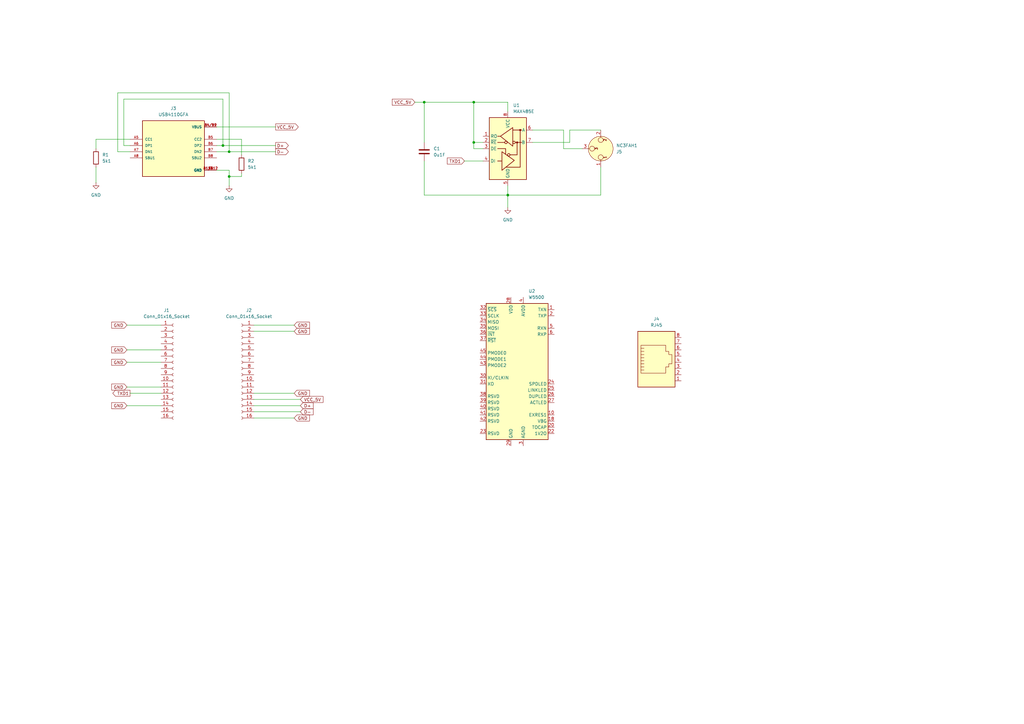
<source format=kicad_sch>
(kicad_sch (version 20250114) (generator "eeschema") (generator_version "9.0")
  (paper "A3")
  (lib_symbols
    (symbol "Connector:Conn_01x16_Socket" (pin_names (offset 1.016) (hide yes))
      (property "Reference" "J" (at 0 20.32 0))
      (property "Value" "Conn_01x16_Socket" (at 0 -22.86 0))
      (symbol "Conn_01x16_Socket_1_1"
        (polyline (pts (xy -1.27 17.78) (xy -0.508 17.78)) (stroke (width 0.1524)))
        (polyline (pts (xy -1.27 15.24) (xy -0.508 15.24)) (stroke (width 0.1524)))
        (polyline (pts (xy -1.27 12.7) (xy -0.508 12.7)) (stroke (width 0.1524)))
        (polyline (pts (xy -1.27 10.16) (xy -0.508 10.16)) (stroke (width 0.1524)))
        (polyline (pts (xy -1.27 7.62) (xy -0.508 7.62)) (stroke (width 0.1524)))
        (polyline (pts (xy -1.27 5.08) (xy -0.508 5.08)) (stroke (width 0.1524)))
        (polyline (pts (xy -1.27 2.54) (xy -0.508 2.54)) (stroke (width 0.1524)))
        (polyline (pts (xy -1.27 0) (xy -0.508 0)) (stroke (width 0.1524)))
        (polyline (pts (xy -1.27 -2.54) (xy -0.508 -2.54)) (stroke (width 0.1524)))
        (polyline (pts (xy -1.27 -5.08) (xy -0.508 -5.08)) (stroke (width 0.1524)))
        (polyline (pts (xy -1.27 -7.62) (xy -0.508 -7.62)) (stroke (width 0.1524)))
        (polyline (pts (xy -1.27 -10.16) (xy -0.508 -10.16)) (stroke (width 0.1524)))
        (polyline (pts (xy -1.27 -12.7) (xy -0.508 -12.7)) (stroke (width 0.1524)))
        (polyline (pts (xy -1.27 -15.24) (xy -0.508 -15.24)) (stroke (width 0.1524)))
        (polyline (pts (xy -1.27 -17.78) (xy -0.508 -17.78)) (stroke (width 0.1524)))
        (polyline (pts (xy -1.27 -20.32) (xy -0.508 -20.32)) (stroke (width 0.1524)))
        (arc (start 0 17.272) (mid -0.5058 17.78) (end 0 18.288) (stroke (width 0.1524)))
        (arc (start 0 14.732) (mid -0.5058 15.24) (end 0 15.748) (stroke (width 0.1524)))
        (arc (start 0 12.192) (mid -0.5058 12.7) (end 0 13.208) (stroke (width 0.1524)))
        (arc (start 0 9.652) (mid -0.5058 10.16) (end 0 10.668) (stroke (width 0.1524)))
        (arc (start 0 7.112) (mid -0.5058 7.62) (end 0 8.128) (stroke (width 0.1524)))
        (arc (start 0 4.572) (mid -0.5058 5.08) (end 0 5.588) (stroke (width 0.1524)))
        (arc (start 0 2.032) (mid -0.5058 2.54) (end 0 3.048) (stroke (width 0.1524)))
        (arc (start 0 -0.508) (mid -0.5058 0) (end 0 0.508) (stroke (width 0.1524)))
        (arc (start 0 -3.048) (mid -0.5058 -2.54) (end 0 -2.032) (stroke (width 0.1524)))
        (arc (start 0 -5.588) (mid -0.5058 -5.08) (end 0 -4.572) (stroke (width 0.1524)))
        (arc (start 0 -8.128) (mid -0.5058 -7.62) (end 0 -7.112) (stroke (width 0.1524)))
        (arc (start 0 -10.668) (mid -0.5058 -10.16) (end 0 -9.652) (stroke (width 0.1524)))
        (arc (start 0 -13.208) (mid -0.5058 -12.7) (end 0 -12.192) (stroke (width 0.1524)))
        (arc (start 0 -15.748) (mid -0.5058 -15.24) (end 0 -14.732) (stroke (width 0.1524)))
        (arc (start 0 -18.288) (mid -0.5058 -17.78) (end 0 -17.272) (stroke (width 0.1524)))
        (arc (start 0 -20.828) (mid -0.5058 -20.32) (end 0 -19.812) (stroke (width 0.1524)))
        (pin passive line (at -5.08 17.78 0) (length 3.81) (name "Pin_1") (number "1"))
        (pin passive line (at -5.08 15.24 0) (length 3.81) (name "Pin_2") (number "2"))
        (pin passive line (at -5.08 12.7 0) (length 3.81) (name "Pin_3") (number "3"))
        (pin passive line (at -5.08 10.16 0) (length 3.81) (name "Pin_4") (number "4"))
        (pin passive line (at -5.08 7.62 0) (length 3.81) (name "Pin_5") (number "5"))
        (pin passive line (at -5.08 5.08 0) (length 3.81) (name "Pin_6") (number "6"))
        (pin passive line (at -5.08 2.54 0) (length 3.81) (name "Pin_7") (number "7"))
        (pin passive line (at -5.08 0 0) (length 3.81) (name "Pin_8") (number "8"))
        (pin passive line (at -5.08 -2.54 0) (length 3.81) (name "Pin_9") (number "9"))
        (pin passive line (at -5.08 -5.08 0) (length 3.81) (name "Pin_10") (number "10"))
        (pin passive line (at -5.08 -7.62 0) (length 3.81) (name "Pin_11") (number "11"))
        (pin passive line (at -5.08 -10.16 0) (length 3.81) (name "Pin_12") (number "12"))
        (pin passive line (at -5.08 -12.7 0) (length 3.81) (name "Pin_13") (number "13"))
        (pin passive line (at -5.08 -15.24 0) (length 3.81) (name "Pin_14") (number "14"))
        (pin passive line (at -5.08 -17.78 0) (length 3.81) (name "Pin_15") (number "15"))
        (pin passive line (at -5.08 -20.32 0) (length 3.81) (name "Pin_16") (number "16"))
      )
    )
    (symbol "Connector:RJ45" (pin_names (offset 1.016))
      (property "Reference" "J" (at -5.08 13.97 0))
      (property "Value" "RJ45" (at 2.54 13.97 0))
      (symbol "RJ45_0_1"
        (polyline (pts (xy -6.35 1.905) (xy -5.08 1.905) (xy -5.08 1.905)))
        (polyline (pts (xy -6.35 0.635) (xy -5.08 0.635) (xy -5.08 0.635)))
        (polyline (pts (xy -6.35 -0.635) (xy -5.08 -0.635) (xy -5.08 -0.635)))
        (polyline (pts (xy -6.35 -1.905) (xy -5.08 -1.905) (xy -5.08 -1.905)))
        (polyline (pts (xy -6.35 -3.175) (xy -5.08 -3.175) (xy -5.08 -3.175)))
        (polyline (pts (xy -6.35 -4.445) (xy -6.35 6.985) (xy 3.81 6.985) (xy 3.81 4.445) (xy 5.08 4.445) (xy 5.08 3.175) (xy 6.35 3.175) (xy 6.35 -0.635) (xy 5.08 -0.635) (xy 5.08 -1.905) (xy 3.81 -1.905) (xy 3.81 -4.445) (xy -6.35 -4.445) (xy -6.35 -4.445)))
        (polyline (pts (xy -5.08 5.715) (xy -6.35 5.715)))
        (polyline (pts (xy -5.08 4.445) (xy -6.35 4.445)))
        (polyline (pts (xy -5.08 3.175) (xy -6.35 3.175) (xy -6.35 3.175)))
        (rectangle (start 7.62 12.7) (end -7.62 -10.16) (stroke (width 0.254)) (fill (type background)))
      )
      (symbol "RJ45_1_1"
        (pin passive line (at 10.16 10.16 180) (length 2.54) (name "~") (number "8"))
        (pin passive line (at 10.16 7.62 180) (length 2.54) (name "~") (number "7"))
        (pin passive line (at 10.16 5.08 180) (length 2.54) (name "~") (number "6"))
        (pin passive line (at 10.16 2.54 180) (length 2.54) (name "~") (number "5"))
        (pin passive line (at 10.16 0 180) (length 2.54) (name "~") (number "4"))
        (pin passive line (at 10.16 -2.54 180) (length 2.54) (name "~") (number "3"))
        (pin passive line (at 10.16 -5.08 180) (length 2.54) (name "~") (number "2"))
        (pin passive line (at 10.16 -7.62 180) (length 2.54) (name "~") (number "1"))
      )
    )
    (symbol "Connector_Audio:NC3FAH1" (pin_names (hide yes))
      (property "Reference" "J" (at 0 8.89 0))
      (property "Value" "NC3FAH1" (at 0 6.35 0))
      (symbol "NC3FAH1_0_1"
        (polyline (pts (xy -5.08 0) (xy -4.572 0)))
        (circle (center -3.556 0) (radius 1.016))
        (circle (center 0 0) (radius 5.08) (fill (type background)))
        (circle (center 0 -3.556) (radius 1.016))
        (polyline (pts (xy 0 -5.08) (xy 0 -4.572)))
        (circle (center 3.556 0) (radius 1.016))
        (polyline (pts (xy 5.08 0) (xy 4.572 0)))
        (text "1" (at -3.556 1.778 0) (effects (font (size 1.016 1.016) (bold yes))))
        (text "3" (at 0 -1.778 0) (effects (font (size 1.016 1.016) (bold yes))))
        (text "2" (at 3.556 1.778 0) (effects (font (size 1.016 1.016) (bold yes))))
        (pin passive line (at -7.62 0 0) (length 2.54) (name "~") (number "1"))
        (pin passive line (at 0 -7.62 90) (length 2.54) (name "~") (number "3"))
        (pin passive line (at 7.62 0 180) (length 2.54) (name "~") (number "2"))
      )
    )
    (symbol "Device:C" (pin_numbers (hide yes)) (pin_names (offset 0.254))
      (property "Reference" "C" (at 0.635 2.54 0))
      (property "Value" "C" (at 0.635 -2.54 0))
      (symbol "C_0_1"
        (polyline (pts (xy -2.032 0.762) (xy 2.032 0.762)) (stroke (width 0.508)))
        (polyline (pts (xy -2.032 -0.762) (xy 2.032 -0.762)) (stroke (width 0.508)))
      )
      (symbol "C_1_1"
        (pin passive line (at 0 3.81 270) (length 2.794) (name "~") (number "1"))
        (pin passive line (at 0 -3.81 90) (length 2.794) (name "~") (number "2"))
      )
    )
    (symbol "Device:R" (pin_numbers (hide yes)) (pin_names (offset 0))
      (property "Reference" "R" (at 2.032 0 90))
      (property "Value" "R" (at 0 0 90))
      (symbol "R_0_1"
        (rectangle (start -1.016 -2.54) (end 1.016 2.54) (stroke (width 0.254)))
      )
      (symbol "R_1_1"
        (pin passive line (at 0 3.81 270) (length 1.27) (name "~") (number "1"))
        (pin passive line (at 0 -3.81 90) (length 1.27) (name "~") (number "2"))
      )
    )
    (symbol "Interface_Ethernet:W5500"
      (property "Reference" "U" (at -11.43 29.21 0))
      (property "Value" "W5500" (at 8.89 29.21 0))
      (symbol "W5500_0_1"
        (rectangle (start -12.7 27.94) (end 12.7 -27.94) (stroke (width 0.254)) (fill (type background)))
      )
      (symbol "W5500_1_1"
        (pin input line (at -15.24 25.4 0) (length 2.54) (name "~{SCS}") (number "32"))
        (pin input line (at -15.24 22.86 0) (length 2.54) (name "SCLK") (number "33"))
        (pin output line (at -15.24 20.32 0) (length 2.54) (name "MISO") (number "34"))
        (pin input line (at -15.24 17.78 0) (length 2.54) (name "MOSI") (number "35"))
        (pin input line (at -15.24 15.24 0) (length 2.54) (name "~{INT}") (number "36"))
        (pin input line (at -15.24 12.7 0) (length 2.54) (name "~{RST}") (number "37"))
        (pin input line (at -15.24 7.62 0) (length 2.54) (name "PMODE0") (number "45"))
        (pin input line (at -15.24 5.08 0) (length 2.54) (name "PMODE1") (number "44"))
        (pin input line (at -15.24 2.54 0) (length 2.54) (name "PMODE2") (number "43"))
        (pin input line (at -15.24 -2.54 0) (length 2.54) (name "XI/CLKIN") (number "30"))
        (pin output line (at -15.24 -5.08 0) (length 2.54) (name "XO") (number "31"))
        (pin input line (at -15.24 -10.16 0) (length 2.54) (name "RSVD") (number "38"))
        (pin input line (at -15.24 -12.7 0) (length 2.54) (name "RSVD") (number "39"))
        (pin input line (at -15.24 -15.24 0) (length 2.54) (name "RSVD") (number "40"))
        (pin input line (at -15.24 -17.78 0) (length 2.54) (name "RSVD") (number "41"))
        (pin input line (at -15.24 -20.32 0) (length 2.54) (name "RSVD") (number "42"))
        (pin input line (at -15.24 -25.4 0) (length 2.54) (name "RSVD") (number "23"))
        (pin power_in line (at -2.54 30.48 270) (length 2.54) (name "VDD") (number "28"))
        (pin power_in line (at -2.54 -30.48 90) (length 2.54) (name "GND") (number "29"))
        (pin passive line (at 2.54 30.48 270) (length 2.54) (hide yes) (name "AVDD") (number "11"))
        (pin passive line (at 2.54 30.48 270) (length 2.54) (hide yes) (name "AVDD") (number "15"))
        (pin passive line (at 2.54 30.48 270) (length 2.54) (hide yes) (name "AVDD") (number "17"))
        (pin passive line (at 2.54 30.48 270) (length 2.54) (hide yes) (name "AVDD") (number "21"))
        (pin power_in line (at 2.54 30.48 270) (length 2.54) (name "AVDD") (number "4"))
        (pin passive line (at 2.54 30.48 270) (length 2.54) (hide yes) (name "AVDD") (number "8"))
        (pin passive line (at 2.54 -30.48 90) (length 2.54) (hide yes) (name "AGND") (number "14"))
        (pin passive line (at 2.54 -30.48 90) (length 2.54) (hide yes) (name "AGND") (number "16"))
        (pin passive line (at 2.54 -30.48 90) (length 2.54) (hide yes) (name "AGND") (number "19"))
        (pin power_in line (at 2.54 -30.48 90) (length 2.54) (name "AGND") (number "3"))
        (pin passive line (at 2.54 -30.48 90) (length 2.54) (hide yes) (name "AGND") (number "48"))
        (pin passive line (at 2.54 -30.48 90) (length 2.54) (hide yes) (name "AGND") (number "9"))
        (pin no_connect line (at 12.7 10.16 180) (length 2.54) (hide yes) (name "DNC") (number "7"))
        (pin no_connect line (at 12.7 7.62 180) (length 2.54) (hide yes) (name "NC") (number "12"))
        (pin no_connect line (at 12.7 5.08 180) (length 2.54) (hide yes) (name "NC") (number "13"))
        (pin no_connect line (at 12.7 2.54 180) (length 2.54) (hide yes) (name "NC") (number "46"))
        (pin no_connect line (at 12.7 0 180) (length 2.54) (hide yes) (name "NC") (number "47"))
        (pin output line (at 15.24 25.4 180) (length 2.54) (name "TXN") (number "1"))
        (pin output line (at 15.24 22.86 180) (length 2.54) (name "TXP") (number "2"))
        (pin input line (at 15.24 17.78 180) (length 2.54) (name "RXN") (number "5"))
        (pin input line (at 15.24 15.24 180) (length 2.54) (name "RXP") (number "6"))
        (pin output line (at 15.24 -5.08 180) (length 2.54) (name "SPDLED") (number "24"))
        (pin output line (at 15.24 -7.62 180) (length 2.54) (name "LINKLED") (number "25"))
        (pin output line (at 15.24 -10.16 180) (length 2.54) (name "DUPLED") (number "26"))
        (pin output line (at 15.24 -12.7 180) (length 2.54) (name "ACTLED") (number "27"))
        (pin passive line (at 15.24 -17.78 180) (length 2.54) (name "EXRES1") (number "10"))
        (pin passive line (at 15.24 -20.32 180) (length 2.54) (name "VBG") (number "18"))
        (pin passive line (at 15.24 -22.86 180) (length 2.54) (name "TOCAP") (number "20"))
        (pin output line (at 15.24 -25.4 180) (length 2.54) (name "1V2O") (number "22"))
      )
    )
    (symbol "Interface_UART:MAX485E"
      (property "Reference" "U" (at -6.985 13.97 0))
      (property "Value" "MAX485E" (at 1.905 13.97 0))
      (symbol "MAX485E_0_1"
        (rectangle (start -7.62 12.7) (end 7.62 -12.7) (stroke (width 0.254)) (fill (type background)))
        (polyline (pts (xy -4.191 2.54) (xy -1.27 2.54)) (stroke (width 0.254)))
        (polyline (pts (xy -4.191 0) (xy -0.889 0) (xy -0.889 -2.286)) (stroke (width 0.254)))
        (polyline (pts (xy -3.175 5.08) (xy -4.191 5.08) (xy -4.064 5.08)) (stroke (width 0.254)))
        (polyline (pts (xy -2.54 -5.08) (xy -4.191 -5.08)) (stroke (width 0.254)))
        (polyline (pts (xy -2.413 -5.08) (xy -2.413 -1.27) (xy 2.667 -4.826) (xy -2.413 -8.89) (xy -2.413 -5.08)) (stroke (width 0.254)))
        (polyline (pts (xy -0.635 -7.62) (xy 5.08 -7.62)) (stroke (width 0.254)))
        (circle (center 0.381 -2.54) (radius 0.508) (stroke (width 0.254)))
        (polyline (pts (xy 0.889 -2.54) (xy 3.81 -2.54)) (stroke (width 0.254)))
        (polyline (pts (xy 2.032 7.62) (xy 5.715 7.62)) (stroke (width 0.254)))
        (polyline (pts (xy 3.048 2.54) (xy 5.715 2.54)) (stroke (width 0.254)))
        (circle (center 3.81 2.54) (radius 0.2794) (stroke (width 0.254)) (fill (type outline)))
        (polyline (pts (xy 3.81 -2.54) (xy 3.81 2.54)) (stroke (width 0.254)))
        (polyline (pts (xy 5.08 -7.62) (xy 5.08 7.62)) (stroke (width 0.254)))
      )
      (symbol "MAX485E_1_1"
        (circle (center -0.762 2.54) (radius 0.508) (stroke (width 0.254)))
        (polyline (pts (xy 2.032 4.826) (xy 2.032 8.636) (xy -3.048 5.08) (xy 2.032 1.016) (xy 2.032 4.826)) (stroke (width 0.254)))
        (circle (center 2.54 2.54) (radius 0.508) (stroke (width 0.254)))
        (circle (center 5.08 7.62) (radius 0.2794) (stroke (width 0.254)) (fill (type outline)))
        (pin output line (at -10.16 5.08 0) (length 2.54) (name "RO") (number "1"))
        (pin input line (at -10.16 2.54 0) (length 2.54) (name "~{RE}") (number "2"))
        (pin input line (at -10.16 0 0) (length 2.54) (name "DE") (number "3"))
        (pin input line (at -10.16 -5.08 0) (length 2.54) (name "DI") (number "4"))
        (pin power_in line (at 0 15.24 270) (length 2.54) (name "VCC") (number "8"))
        (pin power_in line (at 0 -15.24 90) (length 2.54) (name "GND") (number "5"))
        (pin bidirectional line (at 10.16 7.62 180) (length 2.54) (name "A") (number "6"))
        (pin bidirectional line (at 10.16 2.54 180) (length 2.54) (name "B") (number "7"))
      )
    )
    (symbol "USB:USB4110GFA" (pin_names (offset 1.016))
      (property "Reference" "J" (at -12.7 11.43 0))
      (property "Value" "USB4110GFA" (at -12.7 -15.24 0))
      (symbol "USB4110GFA_0_0"
        (rectangle (start -12.7 -12.7) (end 12.7 10.16) (stroke (width 0.254)) (fill (type background)))
        (pin bidirectional line (at -17.78 2.54 0) (length 5.08) (name "CC1") (number "A5"))
        (pin bidirectional line (at -17.78 0 0) (length 5.08) (name "DP1") (number "A6"))
        (pin bidirectional line (at -17.78 -2.54 0) (length 5.08) (name "DN1") (number "A7"))
        (pin bidirectional line (at -17.78 -5.08 0) (length 5.08) (name "SBU1") (number "A8"))
        (pin power_in line (at 17.78 7.62 180) (length 5.08) (name "VBUS") (number "A4/B9"))
        (pin power_in line (at 17.78 7.62 180) (length 5.08) (name "VBUS") (number "B4/A9"))
        (pin bidirectional line (at 17.78 2.54 180) (length 5.08) (name "CC2") (number "B5"))
        (pin bidirectional line (at 17.78 0 180) (length 5.08) (name "DP2") (number "B6"))
        (pin bidirectional line (at 17.78 -2.54 180) (length 5.08) (name "DN2") (number "B7"))
        (pin bidirectional line (at 17.78 -5.08 180) (length 5.08) (name "SBU2") (number "B8"))
        (pin power_in line (at 17.78 -10.16 180) (length 5.08) (name "GND") (number "A1/B12"))
        (pin power_in line (at 17.78 -10.16 180) (length 5.08) (name "GND") (number "B1/A12"))
        (pin power_in line (at 17.78 -10.16 180) (length 5.08) (name "GND") (number "S1"))
        (pin power_in line (at 17.78 -10.16 180) (length 5.08) (name "GND") (number "S2"))
        (pin power_in line (at 17.78 -10.16 180) (length 5.08) (name "GND") (number "S3"))
        (pin power_in line (at 17.78 -10.16 180) (length 5.08) (name "GND") (number "S4"))
      )
    )
    (symbol "power:GND" (power) (pin_numbers (hide yes)) (pin_names (offset 0) (hide yes))
      (property "Value" "GND" (at 0 -3.81 0))
      (symbol "GND_0_1"
        (polyline (pts (xy 0 0) (xy 0 -1.27) (xy 1.27 -1.27) (xy 0 -2.54) (xy -1.27 -1.27) (xy 0 -1.27)))
      )
      (symbol "GND_1_1"
        (pin power_in line (at 0 0 270) (length 0) (name "~") (number "1"))
      )
    )
  )
  (junction (at 173.99 41.91))
  (junction (at 194.31 41.91))
  (junction (at 93.98 72.39))
  (junction (at 91.44 59.69))
  (junction (at 208.28 80.01))
  (junction (at 93.98 62.23))
  (junction (at 194.31 58.42))
  (wire (pts (xy 88.9 62.23) (xy 93.98 62.23)))
  (wire (pts (xy 104.14 166.37) (xy 123.19 166.37)))
  (wire (pts (xy 170.18 41.91) (xy 173.99 41.91)))
  (wire (pts (xy 173.99 80.01) (xy 208.28 80.01)))
  (wire (pts (xy 48.26 38.1) (xy 93.98 38.1)))
  (wire (pts (xy 93.98 69.85) (xy 93.98 72.39)))
  (wire (pts (xy 104.14 161.29) (xy 120.65 161.29)))
  (wire (pts (xy 194.31 58.42) (xy 194.31 41.91)))
  (wire (pts (xy 52.07 143.51) (xy 66.04 143.51)))
  (wire (pts (xy 52.07 158.75) (xy 66.04 158.75)))
  (wire (pts (xy 93.98 72.39) (xy 93.98 76.2)))
  (wire (pts (xy 104.14 168.91) (xy 123.19 168.91)))
  (wire (pts (xy 218.44 53.34) (xy 231.14 53.34)))
  (wire (pts (xy 99.06 72.39) (xy 99.06 71.12)))
  (wire (pts (xy 53.34 59.69) (xy 50.8 59.69)))
  (wire (pts (xy 208.28 80.01) (xy 208.28 85.09)))
  (wire (pts (xy 48.26 62.23) (xy 48.26 38.1)))
  (wire (pts (xy 194.31 58.42) (xy 198.12 58.42)))
  (wire (pts (xy 198.12 60.96) (xy 194.31 60.96)))
  (wire (pts (xy 218.44 58.42) (xy 233.68 58.42)))
  (wire (pts (xy 93.98 72.39) (xy 99.06 72.39)))
  (wire (pts (xy 233.68 53.34) (xy 246.38 53.34)))
  (wire (pts (xy 88.9 52.07) (xy 113.03 52.07)))
  (wire (pts (xy 104.14 171.45) (xy 120.65 171.45)))
  (wire (pts (xy 208.28 76.2) (xy 208.28 80.01)))
  (wire (pts (xy 88.9 69.85) (xy 93.98 69.85)))
  (wire (pts (xy 246.38 68.58) (xy 246.38 80.01)))
  (wire (pts (xy 39.37 68.58) (xy 39.37 74.93)))
  (wire (pts (xy 53.34 161.29) (xy 66.04 161.29)))
  (wire (pts (xy 208.28 41.91) (xy 208.28 45.72)))
  (wire (pts (xy 104.14 163.83) (xy 123.19 163.83)))
  (wire (pts (xy 91.44 59.69) (xy 113.03 59.69)))
  (wire (pts (xy 194.31 41.91) (xy 208.28 41.91)))
  (wire (pts (xy 173.99 41.91) (xy 194.31 41.91)))
  (wire (pts (xy 52.07 148.59) (xy 66.04 148.59)))
  (wire (pts (xy 99.06 57.15) (xy 99.06 63.5)))
  (wire (pts (xy 93.98 38.1) (xy 93.98 62.23)))
  (wire (pts (xy 39.37 60.96) (xy 39.37 57.15)))
  (wire (pts (xy 233.68 58.42) (xy 233.68 53.34)))
  (wire (pts (xy 173.99 41.91) (xy 173.99 58.42)))
  (wire (pts (xy 50.8 59.69) (xy 50.8 40.64)))
  (wire (pts (xy 52.07 166.37) (xy 66.04 166.37)))
  (wire (pts (xy 208.28 80.01) (xy 246.38 80.01)))
  (wire (pts (xy 104.14 133.35) (xy 120.65 133.35)))
  (wire (pts (xy 50.8 40.64) (xy 91.44 40.64)))
  (wire (pts (xy 91.44 40.64) (xy 91.44 59.69)))
  (wire (pts (xy 39.37 57.15) (xy 53.34 57.15)))
  (wire (pts (xy 104.14 135.89) (xy 120.65 135.89)))
  (wire (pts (xy 53.34 62.23) (xy 48.26 62.23)))
  (wire (pts (xy 231.14 53.34) (xy 231.14 60.96)))
  (wire (pts (xy 194.31 60.96) (xy 194.31 58.42)))
  (wire (pts (xy 88.9 59.69) (xy 91.44 59.69)))
  (wire (pts (xy 231.14 60.96) (xy 238.76 60.96)))
  (wire (pts (xy 88.9 57.15) (xy 99.06 57.15)))
  (wire (pts (xy 52.07 133.35) (xy 66.04 133.35)))
  (wire (pts (xy 93.98 62.23) (xy 113.03 62.23)))
  (wire (pts (xy 190.5 66.04) (xy 198.12 66.04)))
  (wire (pts (xy 173.99 66.04) (xy 173.99 80.01)))
  (global_label "TXD1" (shape output) (at 53.34 161.29 180) (property "Intersheetrefs" "${INTERSHEET_REFS}" (effects (hide yes))))
  (global_label "D-" (shape input) (at 123.19 168.91 0) (property "Intersheetrefs" "${INTERSHEET_REFS}" (effects (hide yes))))
  (global_label "D-" (shape output) (at 113.03 62.23 0) (property "Intersheetrefs" "${INTERSHEET_REFS}" (effects (hide yes))))
  (global_label "TXD1" (shape input) (at 190.5 66.04 180) (property "Intersheetrefs" "${INTERSHEET_REFS}" (effects (hide yes))))
  (global_label "D+" (shape output) (at 113.03 59.69 0) (property "Intersheetrefs" "${INTERSHEET_REFS}" (effects (hide yes))))
  (global_label "GND" (shape input) (at 120.65 133.35 0) (property "Intersheetrefs" "${INTERSHEET_REFS}" (effects (hide yes))))
  (global_label "GND" (shape input) (at 52.07 158.75 180) (property "Intersheetrefs" "${INTERSHEET_REFS}" (effects (hide yes))))
  (global_label "VCC_5V" (shape output) (at 113.03 52.07 0) (property "Intersheetrefs" "${INTERSHEET_REFS}" (effects (hide yes))))
  (global_label "GND" (shape input) (at 120.65 161.29 0) (property "Intersheetrefs" "${INTERSHEET_REFS}" (effects (hide yes))))
  (global_label "GND" (shape input) (at 120.65 135.89 0) (property "Intersheetrefs" "${INTERSHEET_REFS}" (effects (hide yes))))
  (global_label "GND" (shape input) (at 52.07 133.35 180) (property "Intersheetrefs" "${INTERSHEET_REFS}" (effects (hide yes))))
  (global_label "GND" (shape input) (at 52.07 143.51 180) (property "Intersheetrefs" "${INTERSHEET_REFS}" (effects (hide yes))))
  (global_label "D+" (shape input) (at 123.19 166.37 0) (property "Intersheetrefs" "${INTERSHEET_REFS}" (effects (hide yes))))
  (global_label "GND" (shape input) (at 52.07 166.37 180) (property "Intersheetrefs" "${INTERSHEET_REFS}" (effects (hide yes))))
  (global_label "VCC_5V" (shape input) (at 170.18 41.91 180) (property "Intersheetrefs" "${INTERSHEET_REFS}" (effects (hide yes))))
  (global_label "VCC_5V" (shape input) (at 123.19 163.83 0) (property "Intersheetrefs" "${INTERSHEET_REFS}" (effects (hide yes))))
  (global_label "GND" (shape input) (at 120.65 171.45 0) (property "Intersheetrefs" "${INTERSHEET_REFS}" (effects (hide yes))))
  (global_label "GND" (shape input) (at 52.07 148.59 180) (property "Intersheetrefs" "${INTERSHEET_REFS}" (effects (hide yes))))
  (symbol (lib_id "Connector:Conn_01x16_Socket") (at 99.06 151.13 0) (mirror y) (unit 1)
    (property "Reference" "J2" (at 102.108 127.254 0))
    (property "Value" "Conn_01x16_Socket" (at 102.108 129.794 0))
    (property "Footprint" "Connector_PinHeader_2.54mm:PinHeader_1x16_P2.54mm_Vertical" (effects (hide yes)))
    (property "Description" "Generic connector, single row, 01x16, script generated" (effects (hide yes)))
  )
  (symbol (lib_id "power:GND") (at 208.28 85.09 0) (unit 1)
    (property "Reference" "#PWR03" (effects (hide yes)))
    (property "Value" "GND" (at 208.28 90.17 0))
    (property "Description" "Power symbol creates a global label with name \"GND\" , ground" (effects (hide yes)))
  )
  (symbol (lib_id "Connector_Audio:NC3FAH1") (at 246.38 60.96 270) (mirror x) (unit 1)
    (property "Reference" "J5" (at 252.73 62.2301 90) (effects (justify left)))
    (property "Value" "NC3FAH1" (at 252.73 59.6901 90) (effects (justify left)))
    (property "Footprint" "Connector_Audio:Jack_XLR_Neutrik_NC3FAH1_Horizontal" (effects (hide yes)))
    (property "Datasheet" "https://www.neutrik.com/en/product/nc3fah1" (effects (hide yes)))
    (property "Description" "A Series, 3 pole female XLR receptacle, grounding: mating connector shell to pin1 and front panel, horizontal PCB mount" (effects (hide yes)))
  )
  (symbol (lib_id "Connector:RJ45") (at 269.24 148.59 0) (unit 1)
    (property "Reference" "J4" (at 269.24 130.81 0))
    (property "Value" "RJ45" (at 269.24 133.35 0))
    (property "Footprint" "Connector_RJ:RJ45_Amphenol_54602-x08_Horizontal" (effects (hide yes)))
    (property "Description" "RJ connector, 8P8C (8 positions 8 connected)" (effects (hide yes)))
  )
  (symbol (lib_id "Device:C") (at 173.99 62.23 0) (unit 1)
    (property "Reference" "C1" (at 177.8 60.9599 0) (effects (justify left)))
    (property "Value" "0u1F" (at 177.8 63.4999 0) (effects (justify left)))
    (property "Footprint" "Capacitor_SMD:C_0402_1005Metric" (effects (hide yes)))
    (property "Description" "Unpolarized capacitor" (effects (hide yes)))
    (property "MOUSER_PART_NUMBER" "187-CL05F104ZO5NNND" (effects (hide yes)))
  )
  (symbol (lib_id "USB:USB4110GFA") (at 71.12 59.69 0) (unit 1)
    (property "Reference" "J3" (at 71.12 44.45 0))
    (property "Value" "USB4110GFA" (at 71.12 46.99 0))
    (property "Footprint" "footprints:GCT_USB4110GFA" (effects (hide yes)))
    (property "DigiKey_Part_Number" "2073-USB4110-GF-A-2-ND" (effects (hide yes)))
    (property "MF" "GCT" (effects (hide yes)))
    (property "Description_1" "USB-C (USB TYPE-C) USB 2.0 Receptacle Connector 24 (16+8 Dummy) Position Surface Mount, Right Angle; Through Hole" (effects (hide yes)))
    (property "Package" "None" (effects (hide yes)))
    (property "Price" "None" (effects (hide yes)))
    (property "SnapEDA_Link" "https://www.snapeda.com/parts/USB4110-GF-A/Global+Connector+Technology/view-part/?ref=snap" (effects (hide yes)))
    (property "MP" "USB4110-GF-A" (effects (hide yes)))
    (property "Availability" "In Stock" (effects (hide yes)))
    (property "Check_prices" "https://www.snapeda.com/parts/USB4110-GF-A/Global+Connector+Technology/view-part/?ref=eda" (effects (hide yes)))
    (property "MOUSER_PART_NUMBER" "640-USB4110-GF-A" (effects (hide yes)))
  )
  (symbol (lib_id "Interface_Ethernet:W5500") (at 212.09 152.4 0) (unit 1)
    (property "Reference" "U2" (at 216.7733 119.38 0) (effects (justify left)))
    (property "Value" "W5500" (at 216.7733 121.92 0) (effects (justify left)))
    (property "Footprint" "Package_QFP:LQFP-48_7x7mm_P0.5mm" (effects (hide yes)))
    (property "Datasheet" "http://wizwiki.net/wiki/lib/exe/fetch.php/products:w5500:w5500_ds_v109e.pdf" (effects (hide yes)))
    (property "Description" "10/100Mb SPI Ethernet controller with TCP/IP stack, LQFP-48" (effects (hide yes)))
  )
  (symbol (lib_id "power:GND") (at 39.37 74.93 0) (unit 1)
    (property "Reference" "#PWR02" (effects (hide yes)))
    (property "Value" "GND" (at 39.37 80.01 0))
    (property "Description" "Power symbol creates a global label with name \"GND\" , ground" (effects (hide yes)))
  )
  (symbol (lib_id "Device:R") (at 99.06 67.31 0) (unit 1)
    (property "Reference" "R2" (at 101.6 66.0399 0) (effects (justify left)))
    (property "Value" "5k1" (at 101.6 68.5799 0) (effects (justify left)))
    (property "Footprint" "Resistor_SMD:R_0402_1005Metric" (effects (hide yes)))
    (property "Description" "Resistor" (effects (hide yes)))
    (property "MOUSER_PART_NUMBER" "71-CRCW0402-5.1K-E3" (effects (hide yes)))
  )
  (symbol (lib_id "Interface_UART:MAX485E") (at 208.28 60.96 0) (unit 1)
    (property "Reference" "U1" (at 210.4233 43.18 0) (effects (justify left)))
    (property "Value" "MAX485E" (at 210.4233 45.72 0) (effects (justify left)))
    (property "Footprint" "Package_SO:SOIC-8_3.9x4.9mm_P1.27mm" (effects (hide yes)))
    (property "Datasheet" "https://datasheets.maximintegrated.com/en/ds/MAX1487E-MAX491E.pdf" (effects (hide yes)))
    (property "Description" "Half duplex RS-485/RS-422, 2.5 Mbps, ±15kV electro-static discharge (ESD) protection, no slew-rate, no low-power shutdown, with receiver/driver enable, 32 receiver drive capability, DIP-8 and SOIC-8" (effects (hide yes)))
  )
  (symbol (lib_id "Device:R") (at 39.37 64.77 0) (unit 1)
    (property "Reference" "R1" (at 41.91 63.4999 0) (effects (justify left)))
    (property "Value" "5k1" (at 41.91 66.0399 0) (effects (justify left)))
    (property "Footprint" "Resistor_SMD:R_0402_1005Metric" (effects (hide yes)))
    (property "Description" "Resistor" (effects (hide yes)))
    (property "MOUSER_PART_NUMBER" "71-CRCW0402-5.1K-E3" (effects (hide yes)))
  )
  (symbol (lib_id "Connector:Conn_01x16_Socket") (at 71.12 151.13 0) (unit 1)
    (property "Reference" "J1" (at 68.326 127.254 0))
    (property "Value" "Conn_01x16_Socket" (at 68.326 129.794 0))
    (property "Footprint" "Connector_PinHeader_2.54mm:PinHeader_1x16_P2.54mm_Vertical" (effects (hide yes)))
    (property "Description" "Generic connector, single row, 01x16, script generated" (effects (hide yes)))
  )
  (symbol (lib_id "power:GND") (at 93.98 76.2 0) (unit 1)
    (property "Reference" "#PWR01" (effects (hide yes)))
    (property "Value" "GND" (at 93.98 81.28 0))
    (property "Description" "Power symbol creates a global label with name \"GND\" , ground" (effects (hide yes)))
  )
)
</source>
